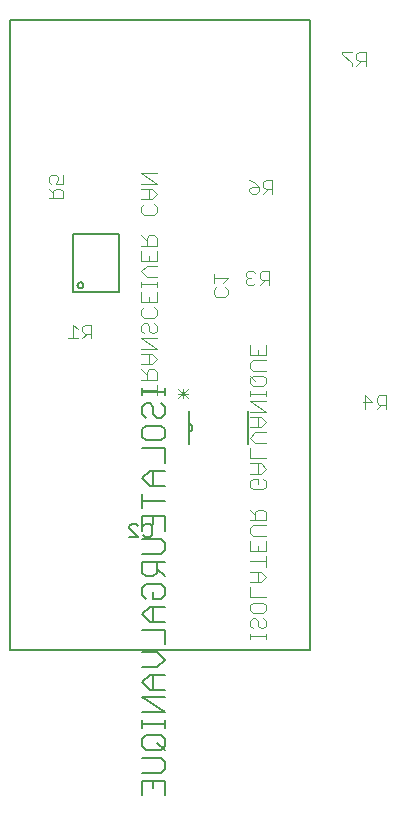
<source format=gbo>
G75*
%MOIN*%
%OFA0B0*%
%FSLAX24Y24*%
%IPPOS*%
%LPD*%
%AMOC8*
5,1,8,0,0,1.08239X$1,22.5*
%
%ADD10C,0.0040*%
%ADD11C,0.0050*%
%ADD12C,0.0060*%
%ADD13C,0.0030*%
%ADD14C,0.0080*%
D10*
X008746Y016271D02*
X009053Y016271D01*
X009206Y016271D02*
X009359Y016424D01*
X009283Y016424D02*
X009513Y016424D01*
X009513Y016271D02*
X009513Y016731D01*
X009283Y016731D01*
X009206Y016655D01*
X009206Y016501D01*
X009283Y016424D01*
X009053Y016578D02*
X008899Y016731D01*
X008899Y016271D01*
X011176Y016268D02*
X011696Y016268D01*
X011610Y016436D02*
X011523Y016436D01*
X011436Y016523D01*
X011436Y016696D01*
X011349Y016783D01*
X011263Y016783D01*
X011176Y016696D01*
X011176Y016523D01*
X011263Y016436D01*
X011176Y016268D02*
X011696Y015921D01*
X011176Y015921D01*
X011176Y015752D02*
X011523Y015752D01*
X011696Y015578D01*
X011523Y015405D01*
X011176Y015405D01*
X011176Y015236D02*
X011349Y015063D01*
X011349Y015149D02*
X011349Y014889D01*
X011176Y014889D02*
X011696Y014889D01*
X011696Y015149D01*
X011610Y015236D01*
X011436Y015236D01*
X011349Y015149D01*
X011436Y015405D02*
X011436Y015752D01*
X011610Y016436D02*
X011696Y016523D01*
X011696Y016696D01*
X011610Y016783D01*
X011610Y016952D02*
X011263Y016952D01*
X011176Y017039D01*
X011176Y017212D01*
X011263Y017299D01*
X011176Y017467D02*
X011176Y017814D01*
X011176Y017983D02*
X011176Y018157D01*
X011176Y018070D02*
X011696Y018070D01*
X011696Y017983D02*
X011696Y018157D01*
X011696Y018327D02*
X011349Y018327D01*
X011176Y018500D01*
X011349Y018674D01*
X011696Y018674D01*
X011696Y018843D02*
X011176Y018843D01*
X011176Y019189D01*
X011176Y019358D02*
X011696Y019358D01*
X011696Y019618D01*
X011610Y019705D01*
X011436Y019705D01*
X011349Y019618D01*
X011349Y019358D01*
X011349Y019532D02*
X011176Y019705D01*
X011436Y019016D02*
X011436Y018843D01*
X011696Y018843D02*
X011696Y019189D01*
X011610Y020389D02*
X011263Y020389D01*
X011176Y020476D01*
X011176Y020650D01*
X011263Y020736D01*
X011176Y020905D02*
X011523Y020905D01*
X011696Y021079D01*
X011523Y021252D01*
X011176Y021252D01*
X011176Y021421D02*
X011696Y021421D01*
X011176Y021768D01*
X011696Y021768D01*
X011436Y021252D02*
X011436Y020905D01*
X011610Y020736D02*
X011696Y020650D01*
X011696Y020476D01*
X011610Y020389D01*
X011696Y017814D02*
X011696Y017467D01*
X011176Y017467D01*
X011436Y017467D02*
X011436Y017641D01*
X011610Y017299D02*
X011696Y017212D01*
X011696Y017039D01*
X011610Y016952D01*
X011696Y014721D02*
X011696Y014374D01*
X011696Y014547D02*
X011176Y014547D01*
X013667Y017665D02*
X013590Y017741D01*
X013590Y017895D01*
X013667Y017972D01*
X013590Y018125D02*
X013590Y018432D01*
X013590Y018279D02*
X014051Y018279D01*
X013897Y018125D01*
X013974Y017972D02*
X014051Y017895D01*
X014051Y017741D01*
X013974Y017665D01*
X013667Y017665D01*
X014667Y018131D02*
X014744Y018054D01*
X014897Y018054D01*
X014974Y018131D01*
X015127Y018054D02*
X015281Y018208D01*
X015204Y018208D02*
X015434Y018208D01*
X015434Y018054D02*
X015434Y018515D01*
X015204Y018515D01*
X015127Y018438D01*
X015127Y018285D01*
X015204Y018208D01*
X014974Y018438D02*
X014897Y018515D01*
X014744Y018515D01*
X014667Y018438D01*
X014667Y018361D01*
X014744Y018285D01*
X014667Y018208D01*
X014667Y018131D01*
X014744Y018285D02*
X014820Y018285D01*
X014806Y016059D02*
X014806Y015712D01*
X015326Y015712D01*
X015326Y016059D01*
X015066Y015886D02*
X015066Y015712D01*
X014893Y015543D02*
X015326Y015543D01*
X015326Y015196D02*
X014893Y015196D01*
X014806Y015283D01*
X014806Y015457D01*
X014893Y015543D01*
X014893Y015028D02*
X014806Y014941D01*
X014806Y014767D01*
X014893Y014681D01*
X015240Y014681D01*
X015326Y014767D01*
X015326Y014941D01*
X015240Y015028D01*
X014893Y015028D01*
X014806Y015028D02*
X014979Y014854D01*
X014806Y014510D02*
X014806Y014337D01*
X014806Y014424D02*
X015326Y014424D01*
X015326Y014510D02*
X015326Y014337D01*
X015326Y014168D02*
X014806Y014168D01*
X015326Y013821D01*
X014806Y013821D01*
X014806Y013653D02*
X015153Y013653D01*
X015326Y013479D01*
X015153Y013306D01*
X014806Y013306D01*
X014979Y013137D02*
X014806Y012964D01*
X014979Y012790D01*
X015326Y012790D01*
X015326Y013137D02*
X014979Y013137D01*
X015066Y013306D02*
X015066Y013653D01*
X014806Y012621D02*
X014806Y012274D01*
X015326Y012274D01*
X015153Y012106D02*
X014806Y012106D01*
X015066Y012106D02*
X015066Y011759D01*
X015153Y011759D02*
X015326Y011932D01*
X015153Y012106D01*
X015153Y011759D02*
X014806Y011759D01*
X014893Y011590D02*
X015066Y011590D01*
X015066Y011417D01*
X014893Y011590D02*
X014806Y011503D01*
X014806Y011330D01*
X014893Y011243D01*
X015240Y011243D01*
X015326Y011330D01*
X015326Y011503D01*
X015240Y011590D01*
X015240Y010559D02*
X015066Y010559D01*
X014979Y010472D01*
X014979Y010212D01*
X014806Y010212D02*
X015326Y010212D01*
X015326Y010472D01*
X015240Y010559D01*
X014979Y010385D02*
X014806Y010559D01*
X014893Y010043D02*
X015326Y010043D01*
X015326Y009696D02*
X014893Y009696D01*
X014806Y009783D01*
X014806Y009956D01*
X014893Y010043D01*
X014806Y009528D02*
X014806Y009181D01*
X015326Y009181D01*
X015326Y009528D01*
X015066Y009354D02*
X015066Y009181D01*
X015326Y009012D02*
X015326Y008665D01*
X015326Y008838D02*
X014806Y008838D01*
X014806Y008496D02*
X015153Y008496D01*
X015326Y008323D01*
X015153Y008149D01*
X014806Y008149D01*
X014806Y007981D02*
X014806Y007634D01*
X015326Y007634D01*
X015240Y007465D02*
X015326Y007378D01*
X015326Y007205D01*
X015240Y007118D01*
X014893Y007118D01*
X014806Y007205D01*
X014806Y007378D01*
X014893Y007465D01*
X015240Y007465D01*
X015240Y006949D02*
X015326Y006863D01*
X015326Y006689D01*
X015240Y006602D01*
X015153Y006602D01*
X015066Y006689D01*
X015066Y006863D01*
X014979Y006949D01*
X014893Y006949D01*
X014806Y006863D01*
X014806Y006689D01*
X014893Y006602D01*
X014806Y006432D02*
X014806Y006259D01*
X014806Y006345D02*
X015326Y006345D01*
X015326Y006259D02*
X015326Y006432D01*
X015066Y008149D02*
X015066Y008496D01*
X018641Y013909D02*
X018641Y014369D01*
X018871Y014139D01*
X018565Y014139D01*
X019025Y014139D02*
X019102Y014062D01*
X019332Y014062D01*
X019332Y013909D02*
X019332Y014369D01*
X019102Y014369D01*
X019025Y014292D01*
X019025Y014139D01*
X019178Y014062D02*
X019025Y013909D01*
X015544Y021098D02*
X015544Y021558D01*
X015314Y021558D01*
X015237Y021481D01*
X015237Y021328D01*
X015314Y021251D01*
X015544Y021251D01*
X015390Y021251D02*
X015237Y021098D01*
X015084Y021175D02*
X015084Y021328D01*
X014853Y021328D01*
X014777Y021251D01*
X014777Y021175D01*
X014853Y021098D01*
X015007Y021098D01*
X015084Y021175D01*
X015084Y021328D02*
X014930Y021481D01*
X014777Y021558D01*
X018186Y025434D02*
X017879Y025741D01*
X017879Y025818D01*
X018186Y025818D01*
X018340Y025741D02*
X018340Y025588D01*
X018417Y025511D01*
X018647Y025511D01*
X018647Y025358D02*
X018647Y025818D01*
X018417Y025818D01*
X018340Y025741D01*
X018493Y025511D02*
X018340Y025358D01*
X018186Y025358D02*
X018186Y025434D01*
X008551Y021724D02*
X008551Y021417D01*
X008321Y021417D01*
X008397Y021570D01*
X008397Y021647D01*
X008321Y021724D01*
X008167Y021724D01*
X008090Y021647D01*
X008090Y021494D01*
X008167Y021417D01*
X008090Y021263D02*
X008244Y021110D01*
X008244Y021187D02*
X008244Y020957D01*
X008090Y020957D02*
X008551Y020957D01*
X008551Y021187D01*
X008474Y021263D01*
X008321Y021263D01*
X008244Y021187D01*
D11*
X006803Y026889D02*
X006803Y005889D01*
X016803Y005889D01*
X016803Y026889D01*
X006803Y026889D01*
X008898Y019753D02*
X008898Y017823D01*
X010438Y017823D01*
X010438Y019753D01*
X008898Y019753D01*
X009045Y018038D02*
X009047Y018058D01*
X009053Y018076D01*
X009062Y018094D01*
X009074Y018109D01*
X009089Y018121D01*
X009107Y018130D01*
X009125Y018136D01*
X009145Y018138D01*
X009165Y018136D01*
X009183Y018130D01*
X009201Y018121D01*
X009216Y018109D01*
X009228Y018094D01*
X009237Y018076D01*
X009243Y018058D01*
X009245Y018038D01*
X009243Y018018D01*
X009237Y018000D01*
X009228Y017982D01*
X009216Y017967D01*
X009201Y017955D01*
X009183Y017946D01*
X009165Y017940D01*
X009145Y017938D01*
X009125Y017940D01*
X009107Y017946D01*
X009089Y017955D01*
X009074Y017967D01*
X009062Y017982D01*
X009053Y018000D01*
X009047Y018018D01*
X009045Y018038D01*
D12*
X012760Y013838D02*
X012760Y013418D01*
X012760Y013178D01*
X012760Y012758D01*
X012760Y013178D02*
X012781Y013180D01*
X012801Y013185D01*
X012820Y013194D01*
X012837Y013206D01*
X012852Y013221D01*
X012864Y013238D01*
X012873Y013257D01*
X012878Y013277D01*
X012880Y013298D01*
X012878Y013319D01*
X012873Y013339D01*
X012864Y013358D01*
X012852Y013375D01*
X012837Y013390D01*
X012820Y013402D01*
X012801Y013411D01*
X012781Y013416D01*
X012760Y013418D01*
X014720Y013838D02*
X014720Y012758D01*
D13*
X012726Y014270D02*
X012413Y014583D01*
X012569Y014583D02*
X012569Y014270D01*
X012413Y014270D02*
X012726Y014583D01*
X012726Y014426D02*
X012413Y014426D01*
D14*
X011950Y014371D02*
X011950Y014618D01*
X011950Y014495D02*
X011209Y014495D01*
X011209Y014618D02*
X011209Y014371D01*
X011332Y014115D02*
X011209Y013991D01*
X011209Y013745D01*
X011332Y013621D01*
X011332Y013360D02*
X011209Y013236D01*
X011209Y012990D01*
X011332Y012866D01*
X011826Y012866D01*
X011950Y012990D01*
X011950Y013236D01*
X011826Y013360D01*
X011332Y013360D01*
X011703Y013621D02*
X011579Y013745D01*
X011579Y013991D01*
X011456Y014115D01*
X011332Y014115D01*
X011826Y014115D02*
X011950Y013991D01*
X011950Y013745D01*
X011826Y013621D01*
X011703Y013621D01*
X011950Y012605D02*
X011209Y012605D01*
X011456Y011850D02*
X011209Y011603D01*
X011456Y011356D01*
X011950Y011356D01*
X011950Y011850D02*
X011456Y011850D01*
X011579Y011850D02*
X011579Y011356D01*
X011209Y011095D02*
X011209Y010601D01*
X011209Y010848D02*
X011950Y010848D01*
X011950Y010340D02*
X011950Y009846D01*
X011826Y009585D02*
X011950Y009461D01*
X011950Y009214D01*
X011826Y009091D01*
X011209Y009091D01*
X011209Y008830D02*
X011209Y008459D01*
X011332Y008336D01*
X011579Y008336D01*
X011703Y008459D01*
X011703Y008830D01*
X011950Y008830D02*
X011209Y008830D01*
X011209Y009585D02*
X011826Y009585D01*
X011518Y009730D02*
X011448Y009660D01*
X011308Y009660D01*
X011238Y009730D01*
X011209Y009846D02*
X011209Y010340D01*
X011950Y010340D01*
X011579Y010340D02*
X011579Y010093D01*
X011518Y010010D02*
X011518Y009730D01*
X011518Y010010D02*
X011448Y010080D01*
X011308Y010080D01*
X011238Y010010D01*
X011058Y010010D02*
X010988Y010080D01*
X010848Y010080D01*
X010778Y010010D01*
X010778Y009940D01*
X011058Y009660D01*
X010778Y009660D01*
X011703Y008583D02*
X011950Y008336D01*
X011826Y008075D02*
X011950Y007951D01*
X011950Y007704D01*
X011826Y007581D01*
X011579Y007581D01*
X011579Y007828D01*
X011332Y008075D02*
X011826Y008075D01*
X011332Y008075D02*
X011209Y007951D01*
X011209Y007704D01*
X011332Y007581D01*
X011456Y007319D02*
X011209Y007073D01*
X011456Y006826D01*
X011950Y006826D01*
X011950Y006564D02*
X011950Y006071D01*
X011703Y005809D02*
X011950Y005563D01*
X011703Y005316D01*
X011209Y005316D01*
X011456Y005054D02*
X011209Y004807D01*
X011456Y004561D01*
X011950Y004561D01*
X011950Y004299D02*
X011209Y004299D01*
X011950Y003806D01*
X011209Y003806D01*
X011209Y003544D02*
X011209Y003297D01*
X011209Y003421D02*
X011950Y003421D01*
X011950Y003544D02*
X011950Y003297D01*
X011826Y003041D02*
X011950Y002917D01*
X011950Y002671D01*
X011826Y002547D01*
X011332Y002547D01*
X011209Y002671D01*
X011209Y002917D01*
X011332Y003041D01*
X011826Y003041D01*
X011703Y002794D02*
X011950Y002547D01*
X011826Y002286D02*
X011950Y002162D01*
X011950Y001916D01*
X011826Y001792D01*
X011209Y001792D01*
X011209Y001531D02*
X011950Y001531D01*
X011950Y001037D01*
X011579Y001284D02*
X011579Y001531D01*
X011209Y001531D02*
X011209Y001037D01*
X011209Y002286D02*
X011826Y002286D01*
X011579Y004561D02*
X011579Y005054D01*
X011456Y005054D02*
X011950Y005054D01*
X011703Y005809D02*
X011209Y005809D01*
X011209Y006564D02*
X011950Y006564D01*
X011579Y006826D02*
X011579Y007319D01*
X011456Y007319D02*
X011950Y007319D01*
X011950Y012111D02*
X011950Y012605D01*
M02*

</source>
